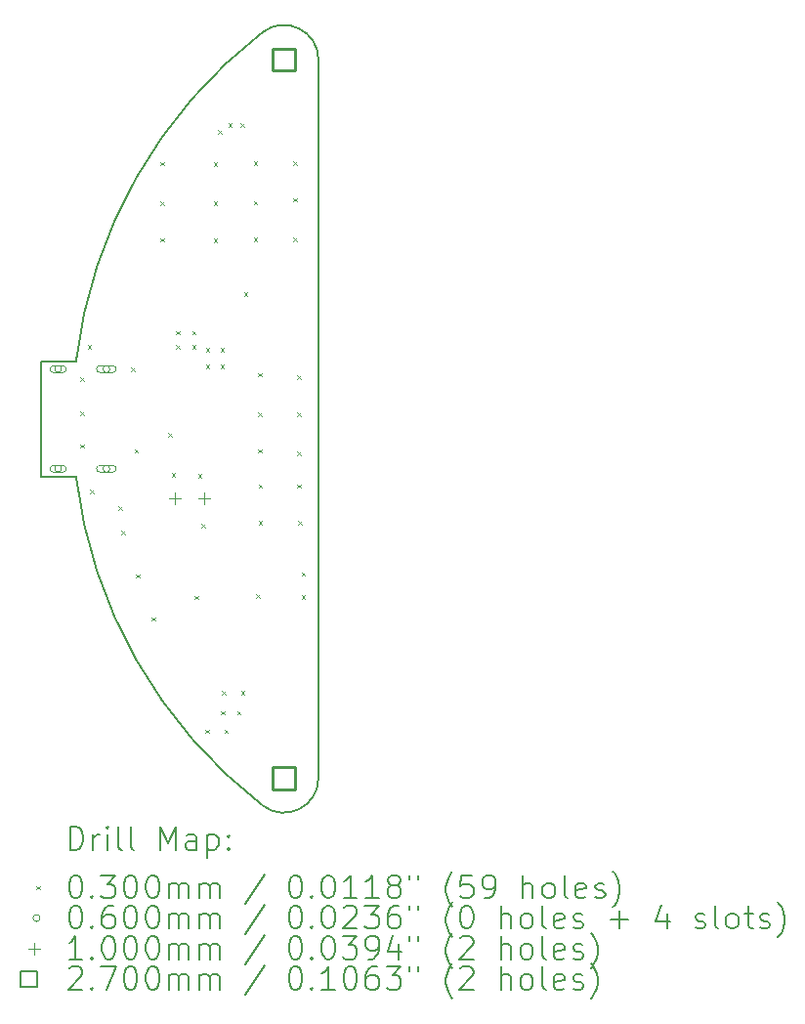
<source format=gbr>
%TF.GenerationSoftware,KiCad,Pcbnew,8.0.5*%
%TF.CreationDate,2025-01-30T00:46:58+01:00*%
%TF.ProjectId,LAMP_OUTDOOR_BATTERY,4c414d50-5f4f-4555-9444-4f4f525f4241,rev?*%
%TF.SameCoordinates,Original*%
%TF.FileFunction,Drillmap*%
%TF.FilePolarity,Positive*%
%FSLAX45Y45*%
G04 Gerber Fmt 4.5, Leading zero omitted, Abs format (unit mm)*
G04 Created by KiCad (PCBNEW 8.0.5) date 2025-01-30 00:46:58*
%MOMM*%
%LPD*%
G01*
G04 APERTURE LIST*
%ADD10C,0.200000*%
%ADD11C,0.100000*%
%ADD12C,0.270000*%
G04 APERTURE END LIST*
D10*
X13673500Y-8692000D02*
X13673500Y-9692000D01*
X15593283Y-12542620D02*
G75*
G02*
X13975476Y-9692000I2583547J3350620D01*
G01*
X13673500Y-9692000D02*
X13975476Y-9692000D01*
X16076470Y-12305044D02*
X16076470Y-6078956D01*
X13975476Y-8692000D02*
X13673500Y-8692000D01*
X15593283Y-5841379D02*
G75*
G02*
X16076473Y-6078956I183187J-237581D01*
G01*
X16076470Y-12305044D02*
G75*
G02*
X15593285Y-12542618I-300000J4D01*
G01*
X13975476Y-8692000D02*
G75*
G02*
X15593283Y-5841379I4201354J-500000D01*
G01*
D11*
X14012000Y-8833000D02*
X14042000Y-8863000D01*
X14042000Y-8833000D02*
X14012000Y-8863000D01*
X14012000Y-9131000D02*
X14042000Y-9161000D01*
X14042000Y-9131000D02*
X14012000Y-9161000D01*
X14012000Y-9413000D02*
X14042000Y-9443000D01*
X14042000Y-9413000D02*
X14012000Y-9443000D01*
X14076000Y-8554000D02*
X14106000Y-8584000D01*
X14106000Y-8554000D02*
X14076000Y-8584000D01*
X14097000Y-9808000D02*
X14127000Y-9838000D01*
X14127000Y-9808000D02*
X14097000Y-9838000D01*
X14342000Y-9951000D02*
X14372000Y-9981000D01*
X14372000Y-9951000D02*
X14342000Y-9981000D01*
X14367000Y-10164000D02*
X14397000Y-10194000D01*
X14397000Y-10164000D02*
X14367000Y-10194000D01*
X14454000Y-8749000D02*
X14484000Y-8779000D01*
X14484000Y-8749000D02*
X14454000Y-8779000D01*
X14484000Y-9456000D02*
X14514000Y-9486000D01*
X14514000Y-9456000D02*
X14484000Y-9486000D01*
X14495000Y-10540000D02*
X14525000Y-10570000D01*
X14525000Y-10540000D02*
X14495000Y-10570000D01*
X14631000Y-10910000D02*
X14661000Y-10940000D01*
X14661000Y-10910000D02*
X14631000Y-10940000D01*
X14708000Y-6967000D02*
X14738000Y-6997000D01*
X14738000Y-6967000D02*
X14708000Y-6997000D01*
X14708000Y-7308072D02*
X14738000Y-7338072D01*
X14738000Y-7308072D02*
X14708000Y-7338072D01*
X14708000Y-7628072D02*
X14738000Y-7658072D01*
X14738000Y-7628072D02*
X14708000Y-7658072D01*
X14775000Y-9317000D02*
X14805000Y-9347000D01*
X14805000Y-9317000D02*
X14775000Y-9347000D01*
X14804000Y-9665000D02*
X14834000Y-9695000D01*
X14834000Y-9665000D02*
X14804000Y-9695000D01*
X14843000Y-8430000D02*
X14873000Y-8460000D01*
X14873000Y-8430000D02*
X14843000Y-8460000D01*
X14843000Y-8555000D02*
X14873000Y-8585000D01*
X14873000Y-8555000D02*
X14843000Y-8585000D01*
X14983000Y-8430000D02*
X15013000Y-8460000D01*
X15013000Y-8430000D02*
X14983000Y-8460000D01*
X14983000Y-8555000D02*
X15013000Y-8585000D01*
X15013000Y-8555000D02*
X14983000Y-8585000D01*
X15004000Y-10726000D02*
X15034000Y-10756000D01*
X15034000Y-10726000D02*
X15004000Y-10756000D01*
X15033000Y-9670000D02*
X15063000Y-9700000D01*
X15063000Y-9670000D02*
X15033000Y-9700000D01*
X15064000Y-10103000D02*
X15094000Y-10133000D01*
X15094000Y-10103000D02*
X15064000Y-10133000D01*
X15094928Y-11887000D02*
X15124928Y-11917000D01*
X15124928Y-11887000D02*
X15094928Y-11917000D01*
X15101000Y-8581000D02*
X15131000Y-8611000D01*
X15131000Y-8581000D02*
X15101000Y-8611000D01*
X15101000Y-8721000D02*
X15131000Y-8751000D01*
X15131000Y-8721000D02*
X15101000Y-8751000D01*
X15167000Y-6970000D02*
X15197000Y-7000000D01*
X15197000Y-6970000D02*
X15167000Y-7000000D01*
X15167000Y-7311072D02*
X15197000Y-7341072D01*
X15197000Y-7311072D02*
X15167000Y-7341072D01*
X15167000Y-7631072D02*
X15197000Y-7661072D01*
X15197000Y-7631072D02*
X15167000Y-7661072D01*
X15207000Y-6693000D02*
X15237000Y-6723000D01*
X15237000Y-6693000D02*
X15207000Y-6723000D01*
X15226000Y-8581000D02*
X15256000Y-8611000D01*
X15256000Y-8581000D02*
X15226000Y-8611000D01*
X15226000Y-8721000D02*
X15256000Y-8751000D01*
X15256000Y-8721000D02*
X15226000Y-8751000D01*
X15233000Y-11723000D02*
X15263000Y-11753000D01*
X15263000Y-11723000D02*
X15233000Y-11753000D01*
X15239928Y-11553000D02*
X15269928Y-11583000D01*
X15269928Y-11553000D02*
X15239928Y-11583000D01*
X15260000Y-11887000D02*
X15290000Y-11917000D01*
X15290000Y-11887000D02*
X15260000Y-11917000D01*
X15296000Y-6634000D02*
X15326000Y-6664000D01*
X15326000Y-6634000D02*
X15296000Y-6664000D01*
X15372000Y-11723000D02*
X15402000Y-11753000D01*
X15402000Y-11723000D02*
X15372000Y-11753000D01*
X15403000Y-6634000D02*
X15433000Y-6664000D01*
X15433000Y-6634000D02*
X15403000Y-6664000D01*
X15405000Y-11553000D02*
X15435000Y-11583000D01*
X15435000Y-11553000D02*
X15405000Y-11583000D01*
X15430000Y-8098000D02*
X15460000Y-8128000D01*
X15460000Y-8098000D02*
X15430000Y-8128000D01*
X15515000Y-6963000D02*
X15545000Y-6993000D01*
X15545000Y-6963000D02*
X15515000Y-6993000D01*
X15515000Y-7304072D02*
X15545000Y-7334072D01*
X15545000Y-7304072D02*
X15515000Y-7334072D01*
X15515000Y-7624072D02*
X15545000Y-7654072D01*
X15545000Y-7624072D02*
X15515000Y-7654072D01*
X15536000Y-10715000D02*
X15566000Y-10745000D01*
X15566000Y-10715000D02*
X15536000Y-10745000D01*
X15554000Y-8796000D02*
X15584000Y-8826000D01*
X15584000Y-8796000D02*
X15554000Y-8826000D01*
X15554000Y-9137072D02*
X15584000Y-9167072D01*
X15584000Y-9137072D02*
X15554000Y-9167072D01*
X15554000Y-9457072D02*
X15584000Y-9487072D01*
X15584000Y-9457072D02*
X15554000Y-9487072D01*
X15557000Y-9759000D02*
X15587000Y-9789000D01*
X15587000Y-9759000D02*
X15557000Y-9789000D01*
X15557000Y-10079000D02*
X15587000Y-10109000D01*
X15587000Y-10079000D02*
X15557000Y-10109000D01*
X15857000Y-6960000D02*
X15887000Y-6990000D01*
X15887000Y-6960000D02*
X15857000Y-6990000D01*
X15857000Y-7280000D02*
X15887000Y-7310000D01*
X15887000Y-7280000D02*
X15857000Y-7310000D01*
X15857000Y-7621072D02*
X15887000Y-7651072D01*
X15887000Y-7621072D02*
X15857000Y-7651072D01*
X15891000Y-8817000D02*
X15921000Y-8847000D01*
X15921000Y-8817000D02*
X15891000Y-8847000D01*
X15891000Y-9137000D02*
X15921000Y-9167000D01*
X15921000Y-9137000D02*
X15891000Y-9167000D01*
X15891000Y-9478072D02*
X15921000Y-9508072D01*
X15921000Y-9478072D02*
X15891000Y-9508072D01*
X15894000Y-9758928D02*
X15924000Y-9788928D01*
X15924000Y-9758928D02*
X15894000Y-9788928D01*
X15899000Y-10076000D02*
X15929000Y-10106000D01*
X15929000Y-10076000D02*
X15899000Y-10106000D01*
X15930000Y-10523000D02*
X15960000Y-10553000D01*
X15960000Y-10523000D02*
X15930000Y-10553000D01*
X15932000Y-10719000D02*
X15962000Y-10749000D01*
X15962000Y-10719000D02*
X15932000Y-10749000D01*
X13850500Y-8761000D02*
G75*
G02*
X13790500Y-8761000I-30000J0D01*
G01*
X13790500Y-8761000D02*
G75*
G02*
X13850500Y-8761000I30000J0D01*
G01*
X13860500Y-8731000D02*
X13780500Y-8731000D01*
X13780500Y-8791000D02*
G75*
G02*
X13780500Y-8731000I0J30000D01*
G01*
X13780500Y-8791000D02*
X13860500Y-8791000D01*
X13860500Y-8791000D02*
G75*
G03*
X13860500Y-8731000I0J30000D01*
G01*
X13850500Y-9625000D02*
G75*
G02*
X13790500Y-9625000I-30000J0D01*
G01*
X13790500Y-9625000D02*
G75*
G02*
X13850500Y-9625000I30000J0D01*
G01*
X13860500Y-9595000D02*
X13780500Y-9595000D01*
X13780500Y-9655000D02*
G75*
G02*
X13780500Y-9595000I0J30000D01*
G01*
X13780500Y-9655000D02*
X13860500Y-9655000D01*
X13860500Y-9655000D02*
G75*
G03*
X13860500Y-9595000I0J30000D01*
G01*
X14268500Y-8761000D02*
G75*
G02*
X14208500Y-8761000I-30000J0D01*
G01*
X14208500Y-8761000D02*
G75*
G02*
X14268500Y-8761000I30000J0D01*
G01*
X14293500Y-8731000D02*
X14183500Y-8731000D01*
X14183500Y-8791000D02*
G75*
G02*
X14183500Y-8731000I0J30000D01*
G01*
X14183500Y-8791000D02*
X14293500Y-8791000D01*
X14293500Y-8791000D02*
G75*
G03*
X14293500Y-8731000I0J30000D01*
G01*
X14268500Y-9625000D02*
G75*
G02*
X14208500Y-9625000I-30000J0D01*
G01*
X14208500Y-9625000D02*
G75*
G02*
X14268500Y-9625000I30000J0D01*
G01*
X14293500Y-9595000D02*
X14183500Y-9595000D01*
X14183500Y-9655000D02*
G75*
G02*
X14183500Y-9595000I0J30000D01*
G01*
X14183500Y-9655000D02*
X14293500Y-9655000D01*
X14293500Y-9655000D02*
G75*
G03*
X14293500Y-9595000I0J30000D01*
G01*
X14829000Y-9831000D02*
X14829000Y-9931000D01*
X14779000Y-9881000D02*
X14879000Y-9881000D01*
X15083000Y-9831000D02*
X15083000Y-9931000D01*
X15033000Y-9881000D02*
X15133000Y-9881000D01*
D12*
X15871930Y-6174420D02*
X15871930Y-5983500D01*
X15681010Y-5983500D01*
X15681010Y-6174420D01*
X15871930Y-6174420D01*
X15871930Y-12400500D02*
X15871930Y-12209580D01*
X15681010Y-12209580D01*
X15681010Y-12400500D01*
X15871930Y-12400500D01*
D10*
X13924277Y-12926524D02*
X13924277Y-12726524D01*
X13924277Y-12726524D02*
X13971896Y-12726524D01*
X13971896Y-12726524D02*
X14000467Y-12736047D01*
X14000467Y-12736047D02*
X14019515Y-12755095D01*
X14019515Y-12755095D02*
X14029039Y-12774143D01*
X14029039Y-12774143D02*
X14038562Y-12812238D01*
X14038562Y-12812238D02*
X14038562Y-12840809D01*
X14038562Y-12840809D02*
X14029039Y-12878905D01*
X14029039Y-12878905D02*
X14019515Y-12897952D01*
X14019515Y-12897952D02*
X14000467Y-12917000D01*
X14000467Y-12917000D02*
X13971896Y-12926524D01*
X13971896Y-12926524D02*
X13924277Y-12926524D01*
X14124277Y-12926524D02*
X14124277Y-12793190D01*
X14124277Y-12831286D02*
X14133801Y-12812238D01*
X14133801Y-12812238D02*
X14143324Y-12802714D01*
X14143324Y-12802714D02*
X14162372Y-12793190D01*
X14162372Y-12793190D02*
X14181420Y-12793190D01*
X14248086Y-12926524D02*
X14248086Y-12793190D01*
X14248086Y-12726524D02*
X14238562Y-12736047D01*
X14238562Y-12736047D02*
X14248086Y-12745571D01*
X14248086Y-12745571D02*
X14257610Y-12736047D01*
X14257610Y-12736047D02*
X14248086Y-12726524D01*
X14248086Y-12726524D02*
X14248086Y-12745571D01*
X14371896Y-12926524D02*
X14352848Y-12917000D01*
X14352848Y-12917000D02*
X14343324Y-12897952D01*
X14343324Y-12897952D02*
X14343324Y-12726524D01*
X14476658Y-12926524D02*
X14457610Y-12917000D01*
X14457610Y-12917000D02*
X14448086Y-12897952D01*
X14448086Y-12897952D02*
X14448086Y-12726524D01*
X14705229Y-12926524D02*
X14705229Y-12726524D01*
X14705229Y-12726524D02*
X14771896Y-12869381D01*
X14771896Y-12869381D02*
X14838562Y-12726524D01*
X14838562Y-12726524D02*
X14838562Y-12926524D01*
X15019515Y-12926524D02*
X15019515Y-12821762D01*
X15019515Y-12821762D02*
X15009991Y-12802714D01*
X15009991Y-12802714D02*
X14990943Y-12793190D01*
X14990943Y-12793190D02*
X14952848Y-12793190D01*
X14952848Y-12793190D02*
X14933801Y-12802714D01*
X15019515Y-12917000D02*
X15000467Y-12926524D01*
X15000467Y-12926524D02*
X14952848Y-12926524D01*
X14952848Y-12926524D02*
X14933801Y-12917000D01*
X14933801Y-12917000D02*
X14924277Y-12897952D01*
X14924277Y-12897952D02*
X14924277Y-12878905D01*
X14924277Y-12878905D02*
X14933801Y-12859857D01*
X14933801Y-12859857D02*
X14952848Y-12850333D01*
X14952848Y-12850333D02*
X15000467Y-12850333D01*
X15000467Y-12850333D02*
X15019515Y-12840809D01*
X15114753Y-12793190D02*
X15114753Y-12993190D01*
X15114753Y-12802714D02*
X15133801Y-12793190D01*
X15133801Y-12793190D02*
X15171896Y-12793190D01*
X15171896Y-12793190D02*
X15190943Y-12802714D01*
X15190943Y-12802714D02*
X15200467Y-12812238D01*
X15200467Y-12812238D02*
X15209991Y-12831286D01*
X15209991Y-12831286D02*
X15209991Y-12888428D01*
X15209991Y-12888428D02*
X15200467Y-12907476D01*
X15200467Y-12907476D02*
X15190943Y-12917000D01*
X15190943Y-12917000D02*
X15171896Y-12926524D01*
X15171896Y-12926524D02*
X15133801Y-12926524D01*
X15133801Y-12926524D02*
X15114753Y-12917000D01*
X15295705Y-12907476D02*
X15305229Y-12917000D01*
X15305229Y-12917000D02*
X15295705Y-12926524D01*
X15295705Y-12926524D02*
X15286182Y-12917000D01*
X15286182Y-12917000D02*
X15295705Y-12907476D01*
X15295705Y-12907476D02*
X15295705Y-12926524D01*
X15295705Y-12802714D02*
X15305229Y-12812238D01*
X15305229Y-12812238D02*
X15295705Y-12821762D01*
X15295705Y-12821762D02*
X15286182Y-12812238D01*
X15286182Y-12812238D02*
X15295705Y-12802714D01*
X15295705Y-12802714D02*
X15295705Y-12821762D01*
D11*
X13633500Y-13240040D02*
X13663500Y-13270040D01*
X13663500Y-13240040D02*
X13633500Y-13270040D01*
D10*
X13962372Y-13146524D02*
X13981420Y-13146524D01*
X13981420Y-13146524D02*
X14000467Y-13156047D01*
X14000467Y-13156047D02*
X14009991Y-13165571D01*
X14009991Y-13165571D02*
X14019515Y-13184619D01*
X14019515Y-13184619D02*
X14029039Y-13222714D01*
X14029039Y-13222714D02*
X14029039Y-13270333D01*
X14029039Y-13270333D02*
X14019515Y-13308428D01*
X14019515Y-13308428D02*
X14009991Y-13327476D01*
X14009991Y-13327476D02*
X14000467Y-13337000D01*
X14000467Y-13337000D02*
X13981420Y-13346524D01*
X13981420Y-13346524D02*
X13962372Y-13346524D01*
X13962372Y-13346524D02*
X13943324Y-13337000D01*
X13943324Y-13337000D02*
X13933801Y-13327476D01*
X13933801Y-13327476D02*
X13924277Y-13308428D01*
X13924277Y-13308428D02*
X13914753Y-13270333D01*
X13914753Y-13270333D02*
X13914753Y-13222714D01*
X13914753Y-13222714D02*
X13924277Y-13184619D01*
X13924277Y-13184619D02*
X13933801Y-13165571D01*
X13933801Y-13165571D02*
X13943324Y-13156047D01*
X13943324Y-13156047D02*
X13962372Y-13146524D01*
X14114753Y-13327476D02*
X14124277Y-13337000D01*
X14124277Y-13337000D02*
X14114753Y-13346524D01*
X14114753Y-13346524D02*
X14105229Y-13337000D01*
X14105229Y-13337000D02*
X14114753Y-13327476D01*
X14114753Y-13327476D02*
X14114753Y-13346524D01*
X14190943Y-13146524D02*
X14314753Y-13146524D01*
X14314753Y-13146524D02*
X14248086Y-13222714D01*
X14248086Y-13222714D02*
X14276658Y-13222714D01*
X14276658Y-13222714D02*
X14295705Y-13232238D01*
X14295705Y-13232238D02*
X14305229Y-13241762D01*
X14305229Y-13241762D02*
X14314753Y-13260809D01*
X14314753Y-13260809D02*
X14314753Y-13308428D01*
X14314753Y-13308428D02*
X14305229Y-13327476D01*
X14305229Y-13327476D02*
X14295705Y-13337000D01*
X14295705Y-13337000D02*
X14276658Y-13346524D01*
X14276658Y-13346524D02*
X14219515Y-13346524D01*
X14219515Y-13346524D02*
X14200467Y-13337000D01*
X14200467Y-13337000D02*
X14190943Y-13327476D01*
X14438562Y-13146524D02*
X14457610Y-13146524D01*
X14457610Y-13146524D02*
X14476658Y-13156047D01*
X14476658Y-13156047D02*
X14486182Y-13165571D01*
X14486182Y-13165571D02*
X14495705Y-13184619D01*
X14495705Y-13184619D02*
X14505229Y-13222714D01*
X14505229Y-13222714D02*
X14505229Y-13270333D01*
X14505229Y-13270333D02*
X14495705Y-13308428D01*
X14495705Y-13308428D02*
X14486182Y-13327476D01*
X14486182Y-13327476D02*
X14476658Y-13337000D01*
X14476658Y-13337000D02*
X14457610Y-13346524D01*
X14457610Y-13346524D02*
X14438562Y-13346524D01*
X14438562Y-13346524D02*
X14419515Y-13337000D01*
X14419515Y-13337000D02*
X14409991Y-13327476D01*
X14409991Y-13327476D02*
X14400467Y-13308428D01*
X14400467Y-13308428D02*
X14390943Y-13270333D01*
X14390943Y-13270333D02*
X14390943Y-13222714D01*
X14390943Y-13222714D02*
X14400467Y-13184619D01*
X14400467Y-13184619D02*
X14409991Y-13165571D01*
X14409991Y-13165571D02*
X14419515Y-13156047D01*
X14419515Y-13156047D02*
X14438562Y-13146524D01*
X14629039Y-13146524D02*
X14648086Y-13146524D01*
X14648086Y-13146524D02*
X14667134Y-13156047D01*
X14667134Y-13156047D02*
X14676658Y-13165571D01*
X14676658Y-13165571D02*
X14686182Y-13184619D01*
X14686182Y-13184619D02*
X14695705Y-13222714D01*
X14695705Y-13222714D02*
X14695705Y-13270333D01*
X14695705Y-13270333D02*
X14686182Y-13308428D01*
X14686182Y-13308428D02*
X14676658Y-13327476D01*
X14676658Y-13327476D02*
X14667134Y-13337000D01*
X14667134Y-13337000D02*
X14648086Y-13346524D01*
X14648086Y-13346524D02*
X14629039Y-13346524D01*
X14629039Y-13346524D02*
X14609991Y-13337000D01*
X14609991Y-13337000D02*
X14600467Y-13327476D01*
X14600467Y-13327476D02*
X14590943Y-13308428D01*
X14590943Y-13308428D02*
X14581420Y-13270333D01*
X14581420Y-13270333D02*
X14581420Y-13222714D01*
X14581420Y-13222714D02*
X14590943Y-13184619D01*
X14590943Y-13184619D02*
X14600467Y-13165571D01*
X14600467Y-13165571D02*
X14609991Y-13156047D01*
X14609991Y-13156047D02*
X14629039Y-13146524D01*
X14781420Y-13346524D02*
X14781420Y-13213190D01*
X14781420Y-13232238D02*
X14790943Y-13222714D01*
X14790943Y-13222714D02*
X14809991Y-13213190D01*
X14809991Y-13213190D02*
X14838563Y-13213190D01*
X14838563Y-13213190D02*
X14857610Y-13222714D01*
X14857610Y-13222714D02*
X14867134Y-13241762D01*
X14867134Y-13241762D02*
X14867134Y-13346524D01*
X14867134Y-13241762D02*
X14876658Y-13222714D01*
X14876658Y-13222714D02*
X14895705Y-13213190D01*
X14895705Y-13213190D02*
X14924277Y-13213190D01*
X14924277Y-13213190D02*
X14943324Y-13222714D01*
X14943324Y-13222714D02*
X14952848Y-13241762D01*
X14952848Y-13241762D02*
X14952848Y-13346524D01*
X15048086Y-13346524D02*
X15048086Y-13213190D01*
X15048086Y-13232238D02*
X15057610Y-13222714D01*
X15057610Y-13222714D02*
X15076658Y-13213190D01*
X15076658Y-13213190D02*
X15105229Y-13213190D01*
X15105229Y-13213190D02*
X15124277Y-13222714D01*
X15124277Y-13222714D02*
X15133801Y-13241762D01*
X15133801Y-13241762D02*
X15133801Y-13346524D01*
X15133801Y-13241762D02*
X15143324Y-13222714D01*
X15143324Y-13222714D02*
X15162372Y-13213190D01*
X15162372Y-13213190D02*
X15190943Y-13213190D01*
X15190943Y-13213190D02*
X15209991Y-13222714D01*
X15209991Y-13222714D02*
X15219515Y-13241762D01*
X15219515Y-13241762D02*
X15219515Y-13346524D01*
X15609991Y-13137000D02*
X15438563Y-13394143D01*
X15867134Y-13146524D02*
X15886182Y-13146524D01*
X15886182Y-13146524D02*
X15905229Y-13156047D01*
X15905229Y-13156047D02*
X15914753Y-13165571D01*
X15914753Y-13165571D02*
X15924277Y-13184619D01*
X15924277Y-13184619D02*
X15933801Y-13222714D01*
X15933801Y-13222714D02*
X15933801Y-13270333D01*
X15933801Y-13270333D02*
X15924277Y-13308428D01*
X15924277Y-13308428D02*
X15914753Y-13327476D01*
X15914753Y-13327476D02*
X15905229Y-13337000D01*
X15905229Y-13337000D02*
X15886182Y-13346524D01*
X15886182Y-13346524D02*
X15867134Y-13346524D01*
X15867134Y-13346524D02*
X15848086Y-13337000D01*
X15848086Y-13337000D02*
X15838563Y-13327476D01*
X15838563Y-13327476D02*
X15829039Y-13308428D01*
X15829039Y-13308428D02*
X15819515Y-13270333D01*
X15819515Y-13270333D02*
X15819515Y-13222714D01*
X15819515Y-13222714D02*
X15829039Y-13184619D01*
X15829039Y-13184619D02*
X15838563Y-13165571D01*
X15838563Y-13165571D02*
X15848086Y-13156047D01*
X15848086Y-13156047D02*
X15867134Y-13146524D01*
X16019515Y-13327476D02*
X16029039Y-13337000D01*
X16029039Y-13337000D02*
X16019515Y-13346524D01*
X16019515Y-13346524D02*
X16009991Y-13337000D01*
X16009991Y-13337000D02*
X16019515Y-13327476D01*
X16019515Y-13327476D02*
X16019515Y-13346524D01*
X16152848Y-13146524D02*
X16171896Y-13146524D01*
X16171896Y-13146524D02*
X16190944Y-13156047D01*
X16190944Y-13156047D02*
X16200467Y-13165571D01*
X16200467Y-13165571D02*
X16209991Y-13184619D01*
X16209991Y-13184619D02*
X16219515Y-13222714D01*
X16219515Y-13222714D02*
X16219515Y-13270333D01*
X16219515Y-13270333D02*
X16209991Y-13308428D01*
X16209991Y-13308428D02*
X16200467Y-13327476D01*
X16200467Y-13327476D02*
X16190944Y-13337000D01*
X16190944Y-13337000D02*
X16171896Y-13346524D01*
X16171896Y-13346524D02*
X16152848Y-13346524D01*
X16152848Y-13346524D02*
X16133801Y-13337000D01*
X16133801Y-13337000D02*
X16124277Y-13327476D01*
X16124277Y-13327476D02*
X16114753Y-13308428D01*
X16114753Y-13308428D02*
X16105229Y-13270333D01*
X16105229Y-13270333D02*
X16105229Y-13222714D01*
X16105229Y-13222714D02*
X16114753Y-13184619D01*
X16114753Y-13184619D02*
X16124277Y-13165571D01*
X16124277Y-13165571D02*
X16133801Y-13156047D01*
X16133801Y-13156047D02*
X16152848Y-13146524D01*
X16409991Y-13346524D02*
X16295706Y-13346524D01*
X16352848Y-13346524D02*
X16352848Y-13146524D01*
X16352848Y-13146524D02*
X16333801Y-13175095D01*
X16333801Y-13175095D02*
X16314753Y-13194143D01*
X16314753Y-13194143D02*
X16295706Y-13203666D01*
X16600467Y-13346524D02*
X16486182Y-13346524D01*
X16543325Y-13346524D02*
X16543325Y-13146524D01*
X16543325Y-13146524D02*
X16524277Y-13175095D01*
X16524277Y-13175095D02*
X16505229Y-13194143D01*
X16505229Y-13194143D02*
X16486182Y-13203666D01*
X16714753Y-13232238D02*
X16695706Y-13222714D01*
X16695706Y-13222714D02*
X16686182Y-13213190D01*
X16686182Y-13213190D02*
X16676658Y-13194143D01*
X16676658Y-13194143D02*
X16676658Y-13184619D01*
X16676658Y-13184619D02*
X16686182Y-13165571D01*
X16686182Y-13165571D02*
X16695706Y-13156047D01*
X16695706Y-13156047D02*
X16714753Y-13146524D01*
X16714753Y-13146524D02*
X16752848Y-13146524D01*
X16752848Y-13146524D02*
X16771896Y-13156047D01*
X16771896Y-13156047D02*
X16781420Y-13165571D01*
X16781420Y-13165571D02*
X16790944Y-13184619D01*
X16790944Y-13184619D02*
X16790944Y-13194143D01*
X16790944Y-13194143D02*
X16781420Y-13213190D01*
X16781420Y-13213190D02*
X16771896Y-13222714D01*
X16771896Y-13222714D02*
X16752848Y-13232238D01*
X16752848Y-13232238D02*
X16714753Y-13232238D01*
X16714753Y-13232238D02*
X16695706Y-13241762D01*
X16695706Y-13241762D02*
X16686182Y-13251286D01*
X16686182Y-13251286D02*
X16676658Y-13270333D01*
X16676658Y-13270333D02*
X16676658Y-13308428D01*
X16676658Y-13308428D02*
X16686182Y-13327476D01*
X16686182Y-13327476D02*
X16695706Y-13337000D01*
X16695706Y-13337000D02*
X16714753Y-13346524D01*
X16714753Y-13346524D02*
X16752848Y-13346524D01*
X16752848Y-13346524D02*
X16771896Y-13337000D01*
X16771896Y-13337000D02*
X16781420Y-13327476D01*
X16781420Y-13327476D02*
X16790944Y-13308428D01*
X16790944Y-13308428D02*
X16790944Y-13270333D01*
X16790944Y-13270333D02*
X16781420Y-13251286D01*
X16781420Y-13251286D02*
X16771896Y-13241762D01*
X16771896Y-13241762D02*
X16752848Y-13232238D01*
X16867134Y-13146524D02*
X16867134Y-13184619D01*
X16943325Y-13146524D02*
X16943325Y-13184619D01*
X17238563Y-13422714D02*
X17229039Y-13413190D01*
X17229039Y-13413190D02*
X17209991Y-13384619D01*
X17209991Y-13384619D02*
X17200468Y-13365571D01*
X17200468Y-13365571D02*
X17190944Y-13337000D01*
X17190944Y-13337000D02*
X17181420Y-13289381D01*
X17181420Y-13289381D02*
X17181420Y-13251286D01*
X17181420Y-13251286D02*
X17190944Y-13203666D01*
X17190944Y-13203666D02*
X17200468Y-13175095D01*
X17200468Y-13175095D02*
X17209991Y-13156047D01*
X17209991Y-13156047D02*
X17229039Y-13127476D01*
X17229039Y-13127476D02*
X17238563Y-13117952D01*
X17409991Y-13146524D02*
X17314753Y-13146524D01*
X17314753Y-13146524D02*
X17305230Y-13241762D01*
X17305230Y-13241762D02*
X17314753Y-13232238D01*
X17314753Y-13232238D02*
X17333801Y-13222714D01*
X17333801Y-13222714D02*
X17381420Y-13222714D01*
X17381420Y-13222714D02*
X17400468Y-13232238D01*
X17400468Y-13232238D02*
X17409991Y-13241762D01*
X17409991Y-13241762D02*
X17419515Y-13260809D01*
X17419515Y-13260809D02*
X17419515Y-13308428D01*
X17419515Y-13308428D02*
X17409991Y-13327476D01*
X17409991Y-13327476D02*
X17400468Y-13337000D01*
X17400468Y-13337000D02*
X17381420Y-13346524D01*
X17381420Y-13346524D02*
X17333801Y-13346524D01*
X17333801Y-13346524D02*
X17314753Y-13337000D01*
X17314753Y-13337000D02*
X17305230Y-13327476D01*
X17514753Y-13346524D02*
X17552849Y-13346524D01*
X17552849Y-13346524D02*
X17571896Y-13337000D01*
X17571896Y-13337000D02*
X17581420Y-13327476D01*
X17581420Y-13327476D02*
X17600468Y-13298905D01*
X17600468Y-13298905D02*
X17609991Y-13260809D01*
X17609991Y-13260809D02*
X17609991Y-13184619D01*
X17609991Y-13184619D02*
X17600468Y-13165571D01*
X17600468Y-13165571D02*
X17590944Y-13156047D01*
X17590944Y-13156047D02*
X17571896Y-13146524D01*
X17571896Y-13146524D02*
X17533801Y-13146524D01*
X17533801Y-13146524D02*
X17514753Y-13156047D01*
X17514753Y-13156047D02*
X17505230Y-13165571D01*
X17505230Y-13165571D02*
X17495706Y-13184619D01*
X17495706Y-13184619D02*
X17495706Y-13232238D01*
X17495706Y-13232238D02*
X17505230Y-13251286D01*
X17505230Y-13251286D02*
X17514753Y-13260809D01*
X17514753Y-13260809D02*
X17533801Y-13270333D01*
X17533801Y-13270333D02*
X17571896Y-13270333D01*
X17571896Y-13270333D02*
X17590944Y-13260809D01*
X17590944Y-13260809D02*
X17600468Y-13251286D01*
X17600468Y-13251286D02*
X17609991Y-13232238D01*
X17848087Y-13346524D02*
X17848087Y-13146524D01*
X17933801Y-13346524D02*
X17933801Y-13241762D01*
X17933801Y-13241762D02*
X17924277Y-13222714D01*
X17924277Y-13222714D02*
X17905230Y-13213190D01*
X17905230Y-13213190D02*
X17876658Y-13213190D01*
X17876658Y-13213190D02*
X17857611Y-13222714D01*
X17857611Y-13222714D02*
X17848087Y-13232238D01*
X18057611Y-13346524D02*
X18038563Y-13337000D01*
X18038563Y-13337000D02*
X18029039Y-13327476D01*
X18029039Y-13327476D02*
X18019515Y-13308428D01*
X18019515Y-13308428D02*
X18019515Y-13251286D01*
X18019515Y-13251286D02*
X18029039Y-13232238D01*
X18029039Y-13232238D02*
X18038563Y-13222714D01*
X18038563Y-13222714D02*
X18057611Y-13213190D01*
X18057611Y-13213190D02*
X18086182Y-13213190D01*
X18086182Y-13213190D02*
X18105230Y-13222714D01*
X18105230Y-13222714D02*
X18114753Y-13232238D01*
X18114753Y-13232238D02*
X18124277Y-13251286D01*
X18124277Y-13251286D02*
X18124277Y-13308428D01*
X18124277Y-13308428D02*
X18114753Y-13327476D01*
X18114753Y-13327476D02*
X18105230Y-13337000D01*
X18105230Y-13337000D02*
X18086182Y-13346524D01*
X18086182Y-13346524D02*
X18057611Y-13346524D01*
X18238563Y-13346524D02*
X18219515Y-13337000D01*
X18219515Y-13337000D02*
X18209992Y-13317952D01*
X18209992Y-13317952D02*
X18209992Y-13146524D01*
X18390944Y-13337000D02*
X18371896Y-13346524D01*
X18371896Y-13346524D02*
X18333801Y-13346524D01*
X18333801Y-13346524D02*
X18314753Y-13337000D01*
X18314753Y-13337000D02*
X18305230Y-13317952D01*
X18305230Y-13317952D02*
X18305230Y-13241762D01*
X18305230Y-13241762D02*
X18314753Y-13222714D01*
X18314753Y-13222714D02*
X18333801Y-13213190D01*
X18333801Y-13213190D02*
X18371896Y-13213190D01*
X18371896Y-13213190D02*
X18390944Y-13222714D01*
X18390944Y-13222714D02*
X18400468Y-13241762D01*
X18400468Y-13241762D02*
X18400468Y-13260809D01*
X18400468Y-13260809D02*
X18305230Y-13279857D01*
X18476658Y-13337000D02*
X18495706Y-13346524D01*
X18495706Y-13346524D02*
X18533801Y-13346524D01*
X18533801Y-13346524D02*
X18552849Y-13337000D01*
X18552849Y-13337000D02*
X18562373Y-13317952D01*
X18562373Y-13317952D02*
X18562373Y-13308428D01*
X18562373Y-13308428D02*
X18552849Y-13289381D01*
X18552849Y-13289381D02*
X18533801Y-13279857D01*
X18533801Y-13279857D02*
X18505230Y-13279857D01*
X18505230Y-13279857D02*
X18486182Y-13270333D01*
X18486182Y-13270333D02*
X18476658Y-13251286D01*
X18476658Y-13251286D02*
X18476658Y-13241762D01*
X18476658Y-13241762D02*
X18486182Y-13222714D01*
X18486182Y-13222714D02*
X18505230Y-13213190D01*
X18505230Y-13213190D02*
X18533801Y-13213190D01*
X18533801Y-13213190D02*
X18552849Y-13222714D01*
X18629039Y-13422714D02*
X18638563Y-13413190D01*
X18638563Y-13413190D02*
X18657611Y-13384619D01*
X18657611Y-13384619D02*
X18667134Y-13365571D01*
X18667134Y-13365571D02*
X18676658Y-13337000D01*
X18676658Y-13337000D02*
X18686182Y-13289381D01*
X18686182Y-13289381D02*
X18686182Y-13251286D01*
X18686182Y-13251286D02*
X18676658Y-13203666D01*
X18676658Y-13203666D02*
X18667134Y-13175095D01*
X18667134Y-13175095D02*
X18657611Y-13156047D01*
X18657611Y-13156047D02*
X18638563Y-13127476D01*
X18638563Y-13127476D02*
X18629039Y-13117952D01*
D11*
X13663500Y-13519040D02*
G75*
G02*
X13603500Y-13519040I-30000J0D01*
G01*
X13603500Y-13519040D02*
G75*
G02*
X13663500Y-13519040I30000J0D01*
G01*
D10*
X13962372Y-13410524D02*
X13981420Y-13410524D01*
X13981420Y-13410524D02*
X14000467Y-13420047D01*
X14000467Y-13420047D02*
X14009991Y-13429571D01*
X14009991Y-13429571D02*
X14019515Y-13448619D01*
X14019515Y-13448619D02*
X14029039Y-13486714D01*
X14029039Y-13486714D02*
X14029039Y-13534333D01*
X14029039Y-13534333D02*
X14019515Y-13572428D01*
X14019515Y-13572428D02*
X14009991Y-13591476D01*
X14009991Y-13591476D02*
X14000467Y-13601000D01*
X14000467Y-13601000D02*
X13981420Y-13610524D01*
X13981420Y-13610524D02*
X13962372Y-13610524D01*
X13962372Y-13610524D02*
X13943324Y-13601000D01*
X13943324Y-13601000D02*
X13933801Y-13591476D01*
X13933801Y-13591476D02*
X13924277Y-13572428D01*
X13924277Y-13572428D02*
X13914753Y-13534333D01*
X13914753Y-13534333D02*
X13914753Y-13486714D01*
X13914753Y-13486714D02*
X13924277Y-13448619D01*
X13924277Y-13448619D02*
X13933801Y-13429571D01*
X13933801Y-13429571D02*
X13943324Y-13420047D01*
X13943324Y-13420047D02*
X13962372Y-13410524D01*
X14114753Y-13591476D02*
X14124277Y-13601000D01*
X14124277Y-13601000D02*
X14114753Y-13610524D01*
X14114753Y-13610524D02*
X14105229Y-13601000D01*
X14105229Y-13601000D02*
X14114753Y-13591476D01*
X14114753Y-13591476D02*
X14114753Y-13610524D01*
X14295705Y-13410524D02*
X14257610Y-13410524D01*
X14257610Y-13410524D02*
X14238562Y-13420047D01*
X14238562Y-13420047D02*
X14229039Y-13429571D01*
X14229039Y-13429571D02*
X14209991Y-13458143D01*
X14209991Y-13458143D02*
X14200467Y-13496238D01*
X14200467Y-13496238D02*
X14200467Y-13572428D01*
X14200467Y-13572428D02*
X14209991Y-13591476D01*
X14209991Y-13591476D02*
X14219515Y-13601000D01*
X14219515Y-13601000D02*
X14238562Y-13610524D01*
X14238562Y-13610524D02*
X14276658Y-13610524D01*
X14276658Y-13610524D02*
X14295705Y-13601000D01*
X14295705Y-13601000D02*
X14305229Y-13591476D01*
X14305229Y-13591476D02*
X14314753Y-13572428D01*
X14314753Y-13572428D02*
X14314753Y-13524809D01*
X14314753Y-13524809D02*
X14305229Y-13505762D01*
X14305229Y-13505762D02*
X14295705Y-13496238D01*
X14295705Y-13496238D02*
X14276658Y-13486714D01*
X14276658Y-13486714D02*
X14238562Y-13486714D01*
X14238562Y-13486714D02*
X14219515Y-13496238D01*
X14219515Y-13496238D02*
X14209991Y-13505762D01*
X14209991Y-13505762D02*
X14200467Y-13524809D01*
X14438562Y-13410524D02*
X14457610Y-13410524D01*
X14457610Y-13410524D02*
X14476658Y-13420047D01*
X14476658Y-13420047D02*
X14486182Y-13429571D01*
X14486182Y-13429571D02*
X14495705Y-13448619D01*
X14495705Y-13448619D02*
X14505229Y-13486714D01*
X14505229Y-13486714D02*
X14505229Y-13534333D01*
X14505229Y-13534333D02*
X14495705Y-13572428D01*
X14495705Y-13572428D02*
X14486182Y-13591476D01*
X14486182Y-13591476D02*
X14476658Y-13601000D01*
X14476658Y-13601000D02*
X14457610Y-13610524D01*
X14457610Y-13610524D02*
X14438562Y-13610524D01*
X14438562Y-13610524D02*
X14419515Y-13601000D01*
X14419515Y-13601000D02*
X14409991Y-13591476D01*
X14409991Y-13591476D02*
X14400467Y-13572428D01*
X14400467Y-13572428D02*
X14390943Y-13534333D01*
X14390943Y-13534333D02*
X14390943Y-13486714D01*
X14390943Y-13486714D02*
X14400467Y-13448619D01*
X14400467Y-13448619D02*
X14409991Y-13429571D01*
X14409991Y-13429571D02*
X14419515Y-13420047D01*
X14419515Y-13420047D02*
X14438562Y-13410524D01*
X14629039Y-13410524D02*
X14648086Y-13410524D01*
X14648086Y-13410524D02*
X14667134Y-13420047D01*
X14667134Y-13420047D02*
X14676658Y-13429571D01*
X14676658Y-13429571D02*
X14686182Y-13448619D01*
X14686182Y-13448619D02*
X14695705Y-13486714D01*
X14695705Y-13486714D02*
X14695705Y-13534333D01*
X14695705Y-13534333D02*
X14686182Y-13572428D01*
X14686182Y-13572428D02*
X14676658Y-13591476D01*
X14676658Y-13591476D02*
X14667134Y-13601000D01*
X14667134Y-13601000D02*
X14648086Y-13610524D01*
X14648086Y-13610524D02*
X14629039Y-13610524D01*
X14629039Y-13610524D02*
X14609991Y-13601000D01*
X14609991Y-13601000D02*
X14600467Y-13591476D01*
X14600467Y-13591476D02*
X14590943Y-13572428D01*
X14590943Y-13572428D02*
X14581420Y-13534333D01*
X14581420Y-13534333D02*
X14581420Y-13486714D01*
X14581420Y-13486714D02*
X14590943Y-13448619D01*
X14590943Y-13448619D02*
X14600467Y-13429571D01*
X14600467Y-13429571D02*
X14609991Y-13420047D01*
X14609991Y-13420047D02*
X14629039Y-13410524D01*
X14781420Y-13610524D02*
X14781420Y-13477190D01*
X14781420Y-13496238D02*
X14790943Y-13486714D01*
X14790943Y-13486714D02*
X14809991Y-13477190D01*
X14809991Y-13477190D02*
X14838563Y-13477190D01*
X14838563Y-13477190D02*
X14857610Y-13486714D01*
X14857610Y-13486714D02*
X14867134Y-13505762D01*
X14867134Y-13505762D02*
X14867134Y-13610524D01*
X14867134Y-13505762D02*
X14876658Y-13486714D01*
X14876658Y-13486714D02*
X14895705Y-13477190D01*
X14895705Y-13477190D02*
X14924277Y-13477190D01*
X14924277Y-13477190D02*
X14943324Y-13486714D01*
X14943324Y-13486714D02*
X14952848Y-13505762D01*
X14952848Y-13505762D02*
X14952848Y-13610524D01*
X15048086Y-13610524D02*
X15048086Y-13477190D01*
X15048086Y-13496238D02*
X15057610Y-13486714D01*
X15057610Y-13486714D02*
X15076658Y-13477190D01*
X15076658Y-13477190D02*
X15105229Y-13477190D01*
X15105229Y-13477190D02*
X15124277Y-13486714D01*
X15124277Y-13486714D02*
X15133801Y-13505762D01*
X15133801Y-13505762D02*
X15133801Y-13610524D01*
X15133801Y-13505762D02*
X15143324Y-13486714D01*
X15143324Y-13486714D02*
X15162372Y-13477190D01*
X15162372Y-13477190D02*
X15190943Y-13477190D01*
X15190943Y-13477190D02*
X15209991Y-13486714D01*
X15209991Y-13486714D02*
X15219515Y-13505762D01*
X15219515Y-13505762D02*
X15219515Y-13610524D01*
X15609991Y-13401000D02*
X15438563Y-13658143D01*
X15867134Y-13410524D02*
X15886182Y-13410524D01*
X15886182Y-13410524D02*
X15905229Y-13420047D01*
X15905229Y-13420047D02*
X15914753Y-13429571D01*
X15914753Y-13429571D02*
X15924277Y-13448619D01*
X15924277Y-13448619D02*
X15933801Y-13486714D01*
X15933801Y-13486714D02*
X15933801Y-13534333D01*
X15933801Y-13534333D02*
X15924277Y-13572428D01*
X15924277Y-13572428D02*
X15914753Y-13591476D01*
X15914753Y-13591476D02*
X15905229Y-13601000D01*
X15905229Y-13601000D02*
X15886182Y-13610524D01*
X15886182Y-13610524D02*
X15867134Y-13610524D01*
X15867134Y-13610524D02*
X15848086Y-13601000D01*
X15848086Y-13601000D02*
X15838563Y-13591476D01*
X15838563Y-13591476D02*
X15829039Y-13572428D01*
X15829039Y-13572428D02*
X15819515Y-13534333D01*
X15819515Y-13534333D02*
X15819515Y-13486714D01*
X15819515Y-13486714D02*
X15829039Y-13448619D01*
X15829039Y-13448619D02*
X15838563Y-13429571D01*
X15838563Y-13429571D02*
X15848086Y-13420047D01*
X15848086Y-13420047D02*
X15867134Y-13410524D01*
X16019515Y-13591476D02*
X16029039Y-13601000D01*
X16029039Y-13601000D02*
X16019515Y-13610524D01*
X16019515Y-13610524D02*
X16009991Y-13601000D01*
X16009991Y-13601000D02*
X16019515Y-13591476D01*
X16019515Y-13591476D02*
X16019515Y-13610524D01*
X16152848Y-13410524D02*
X16171896Y-13410524D01*
X16171896Y-13410524D02*
X16190944Y-13420047D01*
X16190944Y-13420047D02*
X16200467Y-13429571D01*
X16200467Y-13429571D02*
X16209991Y-13448619D01*
X16209991Y-13448619D02*
X16219515Y-13486714D01*
X16219515Y-13486714D02*
X16219515Y-13534333D01*
X16219515Y-13534333D02*
X16209991Y-13572428D01*
X16209991Y-13572428D02*
X16200467Y-13591476D01*
X16200467Y-13591476D02*
X16190944Y-13601000D01*
X16190944Y-13601000D02*
X16171896Y-13610524D01*
X16171896Y-13610524D02*
X16152848Y-13610524D01*
X16152848Y-13610524D02*
X16133801Y-13601000D01*
X16133801Y-13601000D02*
X16124277Y-13591476D01*
X16124277Y-13591476D02*
X16114753Y-13572428D01*
X16114753Y-13572428D02*
X16105229Y-13534333D01*
X16105229Y-13534333D02*
X16105229Y-13486714D01*
X16105229Y-13486714D02*
X16114753Y-13448619D01*
X16114753Y-13448619D02*
X16124277Y-13429571D01*
X16124277Y-13429571D02*
X16133801Y-13420047D01*
X16133801Y-13420047D02*
X16152848Y-13410524D01*
X16295706Y-13429571D02*
X16305229Y-13420047D01*
X16305229Y-13420047D02*
X16324277Y-13410524D01*
X16324277Y-13410524D02*
X16371896Y-13410524D01*
X16371896Y-13410524D02*
X16390944Y-13420047D01*
X16390944Y-13420047D02*
X16400467Y-13429571D01*
X16400467Y-13429571D02*
X16409991Y-13448619D01*
X16409991Y-13448619D02*
X16409991Y-13467666D01*
X16409991Y-13467666D02*
X16400467Y-13496238D01*
X16400467Y-13496238D02*
X16286182Y-13610524D01*
X16286182Y-13610524D02*
X16409991Y-13610524D01*
X16476658Y-13410524D02*
X16600467Y-13410524D01*
X16600467Y-13410524D02*
X16533801Y-13486714D01*
X16533801Y-13486714D02*
X16562372Y-13486714D01*
X16562372Y-13486714D02*
X16581420Y-13496238D01*
X16581420Y-13496238D02*
X16590944Y-13505762D01*
X16590944Y-13505762D02*
X16600467Y-13524809D01*
X16600467Y-13524809D02*
X16600467Y-13572428D01*
X16600467Y-13572428D02*
X16590944Y-13591476D01*
X16590944Y-13591476D02*
X16581420Y-13601000D01*
X16581420Y-13601000D02*
X16562372Y-13610524D01*
X16562372Y-13610524D02*
X16505229Y-13610524D01*
X16505229Y-13610524D02*
X16486182Y-13601000D01*
X16486182Y-13601000D02*
X16476658Y-13591476D01*
X16771896Y-13410524D02*
X16733801Y-13410524D01*
X16733801Y-13410524D02*
X16714753Y-13420047D01*
X16714753Y-13420047D02*
X16705229Y-13429571D01*
X16705229Y-13429571D02*
X16686182Y-13458143D01*
X16686182Y-13458143D02*
X16676658Y-13496238D01*
X16676658Y-13496238D02*
X16676658Y-13572428D01*
X16676658Y-13572428D02*
X16686182Y-13591476D01*
X16686182Y-13591476D02*
X16695706Y-13601000D01*
X16695706Y-13601000D02*
X16714753Y-13610524D01*
X16714753Y-13610524D02*
X16752848Y-13610524D01*
X16752848Y-13610524D02*
X16771896Y-13601000D01*
X16771896Y-13601000D02*
X16781420Y-13591476D01*
X16781420Y-13591476D02*
X16790944Y-13572428D01*
X16790944Y-13572428D02*
X16790944Y-13524809D01*
X16790944Y-13524809D02*
X16781420Y-13505762D01*
X16781420Y-13505762D02*
X16771896Y-13496238D01*
X16771896Y-13496238D02*
X16752848Y-13486714D01*
X16752848Y-13486714D02*
X16714753Y-13486714D01*
X16714753Y-13486714D02*
X16695706Y-13496238D01*
X16695706Y-13496238D02*
X16686182Y-13505762D01*
X16686182Y-13505762D02*
X16676658Y-13524809D01*
X16867134Y-13410524D02*
X16867134Y-13448619D01*
X16943325Y-13410524D02*
X16943325Y-13448619D01*
X17238563Y-13686714D02*
X17229039Y-13677190D01*
X17229039Y-13677190D02*
X17209991Y-13648619D01*
X17209991Y-13648619D02*
X17200468Y-13629571D01*
X17200468Y-13629571D02*
X17190944Y-13601000D01*
X17190944Y-13601000D02*
X17181420Y-13553381D01*
X17181420Y-13553381D02*
X17181420Y-13515286D01*
X17181420Y-13515286D02*
X17190944Y-13467666D01*
X17190944Y-13467666D02*
X17200468Y-13439095D01*
X17200468Y-13439095D02*
X17209991Y-13420047D01*
X17209991Y-13420047D02*
X17229039Y-13391476D01*
X17229039Y-13391476D02*
X17238563Y-13381952D01*
X17352849Y-13410524D02*
X17371896Y-13410524D01*
X17371896Y-13410524D02*
X17390944Y-13420047D01*
X17390944Y-13420047D02*
X17400468Y-13429571D01*
X17400468Y-13429571D02*
X17409991Y-13448619D01*
X17409991Y-13448619D02*
X17419515Y-13486714D01*
X17419515Y-13486714D02*
X17419515Y-13534333D01*
X17419515Y-13534333D02*
X17409991Y-13572428D01*
X17409991Y-13572428D02*
X17400468Y-13591476D01*
X17400468Y-13591476D02*
X17390944Y-13601000D01*
X17390944Y-13601000D02*
X17371896Y-13610524D01*
X17371896Y-13610524D02*
X17352849Y-13610524D01*
X17352849Y-13610524D02*
X17333801Y-13601000D01*
X17333801Y-13601000D02*
X17324277Y-13591476D01*
X17324277Y-13591476D02*
X17314753Y-13572428D01*
X17314753Y-13572428D02*
X17305230Y-13534333D01*
X17305230Y-13534333D02*
X17305230Y-13486714D01*
X17305230Y-13486714D02*
X17314753Y-13448619D01*
X17314753Y-13448619D02*
X17324277Y-13429571D01*
X17324277Y-13429571D02*
X17333801Y-13420047D01*
X17333801Y-13420047D02*
X17352849Y-13410524D01*
X17657611Y-13610524D02*
X17657611Y-13410524D01*
X17743325Y-13610524D02*
X17743325Y-13505762D01*
X17743325Y-13505762D02*
X17733801Y-13486714D01*
X17733801Y-13486714D02*
X17714753Y-13477190D01*
X17714753Y-13477190D02*
X17686182Y-13477190D01*
X17686182Y-13477190D02*
X17667134Y-13486714D01*
X17667134Y-13486714D02*
X17657611Y-13496238D01*
X17867134Y-13610524D02*
X17848087Y-13601000D01*
X17848087Y-13601000D02*
X17838563Y-13591476D01*
X17838563Y-13591476D02*
X17829039Y-13572428D01*
X17829039Y-13572428D02*
X17829039Y-13515286D01*
X17829039Y-13515286D02*
X17838563Y-13496238D01*
X17838563Y-13496238D02*
X17848087Y-13486714D01*
X17848087Y-13486714D02*
X17867134Y-13477190D01*
X17867134Y-13477190D02*
X17895706Y-13477190D01*
X17895706Y-13477190D02*
X17914753Y-13486714D01*
X17914753Y-13486714D02*
X17924277Y-13496238D01*
X17924277Y-13496238D02*
X17933801Y-13515286D01*
X17933801Y-13515286D02*
X17933801Y-13572428D01*
X17933801Y-13572428D02*
X17924277Y-13591476D01*
X17924277Y-13591476D02*
X17914753Y-13601000D01*
X17914753Y-13601000D02*
X17895706Y-13610524D01*
X17895706Y-13610524D02*
X17867134Y-13610524D01*
X18048087Y-13610524D02*
X18029039Y-13601000D01*
X18029039Y-13601000D02*
X18019515Y-13581952D01*
X18019515Y-13581952D02*
X18019515Y-13410524D01*
X18200468Y-13601000D02*
X18181420Y-13610524D01*
X18181420Y-13610524D02*
X18143325Y-13610524D01*
X18143325Y-13610524D02*
X18124277Y-13601000D01*
X18124277Y-13601000D02*
X18114753Y-13581952D01*
X18114753Y-13581952D02*
X18114753Y-13505762D01*
X18114753Y-13505762D02*
X18124277Y-13486714D01*
X18124277Y-13486714D02*
X18143325Y-13477190D01*
X18143325Y-13477190D02*
X18181420Y-13477190D01*
X18181420Y-13477190D02*
X18200468Y-13486714D01*
X18200468Y-13486714D02*
X18209992Y-13505762D01*
X18209992Y-13505762D02*
X18209992Y-13524809D01*
X18209992Y-13524809D02*
X18114753Y-13543857D01*
X18286182Y-13601000D02*
X18305230Y-13610524D01*
X18305230Y-13610524D02*
X18343325Y-13610524D01*
X18343325Y-13610524D02*
X18362373Y-13601000D01*
X18362373Y-13601000D02*
X18371896Y-13581952D01*
X18371896Y-13581952D02*
X18371896Y-13572428D01*
X18371896Y-13572428D02*
X18362373Y-13553381D01*
X18362373Y-13553381D02*
X18343325Y-13543857D01*
X18343325Y-13543857D02*
X18314753Y-13543857D01*
X18314753Y-13543857D02*
X18295706Y-13534333D01*
X18295706Y-13534333D02*
X18286182Y-13515286D01*
X18286182Y-13515286D02*
X18286182Y-13505762D01*
X18286182Y-13505762D02*
X18295706Y-13486714D01*
X18295706Y-13486714D02*
X18314753Y-13477190D01*
X18314753Y-13477190D02*
X18343325Y-13477190D01*
X18343325Y-13477190D02*
X18362373Y-13486714D01*
X18609992Y-13534333D02*
X18762373Y-13534333D01*
X18686182Y-13610524D02*
X18686182Y-13458143D01*
X19095706Y-13477190D02*
X19095706Y-13610524D01*
X19048087Y-13401000D02*
X19000468Y-13543857D01*
X19000468Y-13543857D02*
X19124277Y-13543857D01*
X19343325Y-13601000D02*
X19362373Y-13610524D01*
X19362373Y-13610524D02*
X19400468Y-13610524D01*
X19400468Y-13610524D02*
X19419516Y-13601000D01*
X19419516Y-13601000D02*
X19429039Y-13581952D01*
X19429039Y-13581952D02*
X19429039Y-13572428D01*
X19429039Y-13572428D02*
X19419516Y-13553381D01*
X19419516Y-13553381D02*
X19400468Y-13543857D01*
X19400468Y-13543857D02*
X19371896Y-13543857D01*
X19371896Y-13543857D02*
X19352849Y-13534333D01*
X19352849Y-13534333D02*
X19343325Y-13515286D01*
X19343325Y-13515286D02*
X19343325Y-13505762D01*
X19343325Y-13505762D02*
X19352849Y-13486714D01*
X19352849Y-13486714D02*
X19371896Y-13477190D01*
X19371896Y-13477190D02*
X19400468Y-13477190D01*
X19400468Y-13477190D02*
X19419516Y-13486714D01*
X19543325Y-13610524D02*
X19524277Y-13601000D01*
X19524277Y-13601000D02*
X19514754Y-13581952D01*
X19514754Y-13581952D02*
X19514754Y-13410524D01*
X19648087Y-13610524D02*
X19629039Y-13601000D01*
X19629039Y-13601000D02*
X19619516Y-13591476D01*
X19619516Y-13591476D02*
X19609992Y-13572428D01*
X19609992Y-13572428D02*
X19609992Y-13515286D01*
X19609992Y-13515286D02*
X19619516Y-13496238D01*
X19619516Y-13496238D02*
X19629039Y-13486714D01*
X19629039Y-13486714D02*
X19648087Y-13477190D01*
X19648087Y-13477190D02*
X19676658Y-13477190D01*
X19676658Y-13477190D02*
X19695706Y-13486714D01*
X19695706Y-13486714D02*
X19705230Y-13496238D01*
X19705230Y-13496238D02*
X19714754Y-13515286D01*
X19714754Y-13515286D02*
X19714754Y-13572428D01*
X19714754Y-13572428D02*
X19705230Y-13591476D01*
X19705230Y-13591476D02*
X19695706Y-13601000D01*
X19695706Y-13601000D02*
X19676658Y-13610524D01*
X19676658Y-13610524D02*
X19648087Y-13610524D01*
X19771897Y-13477190D02*
X19848087Y-13477190D01*
X19800468Y-13410524D02*
X19800468Y-13581952D01*
X19800468Y-13581952D02*
X19809992Y-13601000D01*
X19809992Y-13601000D02*
X19829039Y-13610524D01*
X19829039Y-13610524D02*
X19848087Y-13610524D01*
X19905230Y-13601000D02*
X19924277Y-13610524D01*
X19924277Y-13610524D02*
X19962373Y-13610524D01*
X19962373Y-13610524D02*
X19981420Y-13601000D01*
X19981420Y-13601000D02*
X19990944Y-13581952D01*
X19990944Y-13581952D02*
X19990944Y-13572428D01*
X19990944Y-13572428D02*
X19981420Y-13553381D01*
X19981420Y-13553381D02*
X19962373Y-13543857D01*
X19962373Y-13543857D02*
X19933801Y-13543857D01*
X19933801Y-13543857D02*
X19914754Y-13534333D01*
X19914754Y-13534333D02*
X19905230Y-13515286D01*
X19905230Y-13515286D02*
X19905230Y-13505762D01*
X19905230Y-13505762D02*
X19914754Y-13486714D01*
X19914754Y-13486714D02*
X19933801Y-13477190D01*
X19933801Y-13477190D02*
X19962373Y-13477190D01*
X19962373Y-13477190D02*
X19981420Y-13486714D01*
X20057611Y-13686714D02*
X20067135Y-13677190D01*
X20067135Y-13677190D02*
X20086182Y-13648619D01*
X20086182Y-13648619D02*
X20095706Y-13629571D01*
X20095706Y-13629571D02*
X20105230Y-13601000D01*
X20105230Y-13601000D02*
X20114754Y-13553381D01*
X20114754Y-13553381D02*
X20114754Y-13515286D01*
X20114754Y-13515286D02*
X20105230Y-13467666D01*
X20105230Y-13467666D02*
X20095706Y-13439095D01*
X20095706Y-13439095D02*
X20086182Y-13420047D01*
X20086182Y-13420047D02*
X20067135Y-13391476D01*
X20067135Y-13391476D02*
X20057611Y-13381952D01*
D11*
X13613500Y-13733040D02*
X13613500Y-13833040D01*
X13563500Y-13783040D02*
X13663500Y-13783040D01*
D10*
X14029039Y-13874524D02*
X13914753Y-13874524D01*
X13971896Y-13874524D02*
X13971896Y-13674524D01*
X13971896Y-13674524D02*
X13952848Y-13703095D01*
X13952848Y-13703095D02*
X13933801Y-13722143D01*
X13933801Y-13722143D02*
X13914753Y-13731666D01*
X14114753Y-13855476D02*
X14124277Y-13865000D01*
X14124277Y-13865000D02*
X14114753Y-13874524D01*
X14114753Y-13874524D02*
X14105229Y-13865000D01*
X14105229Y-13865000D02*
X14114753Y-13855476D01*
X14114753Y-13855476D02*
X14114753Y-13874524D01*
X14248086Y-13674524D02*
X14267134Y-13674524D01*
X14267134Y-13674524D02*
X14286182Y-13684047D01*
X14286182Y-13684047D02*
X14295705Y-13693571D01*
X14295705Y-13693571D02*
X14305229Y-13712619D01*
X14305229Y-13712619D02*
X14314753Y-13750714D01*
X14314753Y-13750714D02*
X14314753Y-13798333D01*
X14314753Y-13798333D02*
X14305229Y-13836428D01*
X14305229Y-13836428D02*
X14295705Y-13855476D01*
X14295705Y-13855476D02*
X14286182Y-13865000D01*
X14286182Y-13865000D02*
X14267134Y-13874524D01*
X14267134Y-13874524D02*
X14248086Y-13874524D01*
X14248086Y-13874524D02*
X14229039Y-13865000D01*
X14229039Y-13865000D02*
X14219515Y-13855476D01*
X14219515Y-13855476D02*
X14209991Y-13836428D01*
X14209991Y-13836428D02*
X14200467Y-13798333D01*
X14200467Y-13798333D02*
X14200467Y-13750714D01*
X14200467Y-13750714D02*
X14209991Y-13712619D01*
X14209991Y-13712619D02*
X14219515Y-13693571D01*
X14219515Y-13693571D02*
X14229039Y-13684047D01*
X14229039Y-13684047D02*
X14248086Y-13674524D01*
X14438562Y-13674524D02*
X14457610Y-13674524D01*
X14457610Y-13674524D02*
X14476658Y-13684047D01*
X14476658Y-13684047D02*
X14486182Y-13693571D01*
X14486182Y-13693571D02*
X14495705Y-13712619D01*
X14495705Y-13712619D02*
X14505229Y-13750714D01*
X14505229Y-13750714D02*
X14505229Y-13798333D01*
X14505229Y-13798333D02*
X14495705Y-13836428D01*
X14495705Y-13836428D02*
X14486182Y-13855476D01*
X14486182Y-13855476D02*
X14476658Y-13865000D01*
X14476658Y-13865000D02*
X14457610Y-13874524D01*
X14457610Y-13874524D02*
X14438562Y-13874524D01*
X14438562Y-13874524D02*
X14419515Y-13865000D01*
X14419515Y-13865000D02*
X14409991Y-13855476D01*
X14409991Y-13855476D02*
X14400467Y-13836428D01*
X14400467Y-13836428D02*
X14390943Y-13798333D01*
X14390943Y-13798333D02*
X14390943Y-13750714D01*
X14390943Y-13750714D02*
X14400467Y-13712619D01*
X14400467Y-13712619D02*
X14409991Y-13693571D01*
X14409991Y-13693571D02*
X14419515Y-13684047D01*
X14419515Y-13684047D02*
X14438562Y-13674524D01*
X14629039Y-13674524D02*
X14648086Y-13674524D01*
X14648086Y-13674524D02*
X14667134Y-13684047D01*
X14667134Y-13684047D02*
X14676658Y-13693571D01*
X14676658Y-13693571D02*
X14686182Y-13712619D01*
X14686182Y-13712619D02*
X14695705Y-13750714D01*
X14695705Y-13750714D02*
X14695705Y-13798333D01*
X14695705Y-13798333D02*
X14686182Y-13836428D01*
X14686182Y-13836428D02*
X14676658Y-13855476D01*
X14676658Y-13855476D02*
X14667134Y-13865000D01*
X14667134Y-13865000D02*
X14648086Y-13874524D01*
X14648086Y-13874524D02*
X14629039Y-13874524D01*
X14629039Y-13874524D02*
X14609991Y-13865000D01*
X14609991Y-13865000D02*
X14600467Y-13855476D01*
X14600467Y-13855476D02*
X14590943Y-13836428D01*
X14590943Y-13836428D02*
X14581420Y-13798333D01*
X14581420Y-13798333D02*
X14581420Y-13750714D01*
X14581420Y-13750714D02*
X14590943Y-13712619D01*
X14590943Y-13712619D02*
X14600467Y-13693571D01*
X14600467Y-13693571D02*
X14609991Y-13684047D01*
X14609991Y-13684047D02*
X14629039Y-13674524D01*
X14781420Y-13874524D02*
X14781420Y-13741190D01*
X14781420Y-13760238D02*
X14790943Y-13750714D01*
X14790943Y-13750714D02*
X14809991Y-13741190D01*
X14809991Y-13741190D02*
X14838563Y-13741190D01*
X14838563Y-13741190D02*
X14857610Y-13750714D01*
X14857610Y-13750714D02*
X14867134Y-13769762D01*
X14867134Y-13769762D02*
X14867134Y-13874524D01*
X14867134Y-13769762D02*
X14876658Y-13750714D01*
X14876658Y-13750714D02*
X14895705Y-13741190D01*
X14895705Y-13741190D02*
X14924277Y-13741190D01*
X14924277Y-13741190D02*
X14943324Y-13750714D01*
X14943324Y-13750714D02*
X14952848Y-13769762D01*
X14952848Y-13769762D02*
X14952848Y-13874524D01*
X15048086Y-13874524D02*
X15048086Y-13741190D01*
X15048086Y-13760238D02*
X15057610Y-13750714D01*
X15057610Y-13750714D02*
X15076658Y-13741190D01*
X15076658Y-13741190D02*
X15105229Y-13741190D01*
X15105229Y-13741190D02*
X15124277Y-13750714D01*
X15124277Y-13750714D02*
X15133801Y-13769762D01*
X15133801Y-13769762D02*
X15133801Y-13874524D01*
X15133801Y-13769762D02*
X15143324Y-13750714D01*
X15143324Y-13750714D02*
X15162372Y-13741190D01*
X15162372Y-13741190D02*
X15190943Y-13741190D01*
X15190943Y-13741190D02*
X15209991Y-13750714D01*
X15209991Y-13750714D02*
X15219515Y-13769762D01*
X15219515Y-13769762D02*
X15219515Y-13874524D01*
X15609991Y-13665000D02*
X15438563Y-13922143D01*
X15867134Y-13674524D02*
X15886182Y-13674524D01*
X15886182Y-13674524D02*
X15905229Y-13684047D01*
X15905229Y-13684047D02*
X15914753Y-13693571D01*
X15914753Y-13693571D02*
X15924277Y-13712619D01*
X15924277Y-13712619D02*
X15933801Y-13750714D01*
X15933801Y-13750714D02*
X15933801Y-13798333D01*
X15933801Y-13798333D02*
X15924277Y-13836428D01*
X15924277Y-13836428D02*
X15914753Y-13855476D01*
X15914753Y-13855476D02*
X15905229Y-13865000D01*
X15905229Y-13865000D02*
X15886182Y-13874524D01*
X15886182Y-13874524D02*
X15867134Y-13874524D01*
X15867134Y-13874524D02*
X15848086Y-13865000D01*
X15848086Y-13865000D02*
X15838563Y-13855476D01*
X15838563Y-13855476D02*
X15829039Y-13836428D01*
X15829039Y-13836428D02*
X15819515Y-13798333D01*
X15819515Y-13798333D02*
X15819515Y-13750714D01*
X15819515Y-13750714D02*
X15829039Y-13712619D01*
X15829039Y-13712619D02*
X15838563Y-13693571D01*
X15838563Y-13693571D02*
X15848086Y-13684047D01*
X15848086Y-13684047D02*
X15867134Y-13674524D01*
X16019515Y-13855476D02*
X16029039Y-13865000D01*
X16029039Y-13865000D02*
X16019515Y-13874524D01*
X16019515Y-13874524D02*
X16009991Y-13865000D01*
X16009991Y-13865000D02*
X16019515Y-13855476D01*
X16019515Y-13855476D02*
X16019515Y-13874524D01*
X16152848Y-13674524D02*
X16171896Y-13674524D01*
X16171896Y-13674524D02*
X16190944Y-13684047D01*
X16190944Y-13684047D02*
X16200467Y-13693571D01*
X16200467Y-13693571D02*
X16209991Y-13712619D01*
X16209991Y-13712619D02*
X16219515Y-13750714D01*
X16219515Y-13750714D02*
X16219515Y-13798333D01*
X16219515Y-13798333D02*
X16209991Y-13836428D01*
X16209991Y-13836428D02*
X16200467Y-13855476D01*
X16200467Y-13855476D02*
X16190944Y-13865000D01*
X16190944Y-13865000D02*
X16171896Y-13874524D01*
X16171896Y-13874524D02*
X16152848Y-13874524D01*
X16152848Y-13874524D02*
X16133801Y-13865000D01*
X16133801Y-13865000D02*
X16124277Y-13855476D01*
X16124277Y-13855476D02*
X16114753Y-13836428D01*
X16114753Y-13836428D02*
X16105229Y-13798333D01*
X16105229Y-13798333D02*
X16105229Y-13750714D01*
X16105229Y-13750714D02*
X16114753Y-13712619D01*
X16114753Y-13712619D02*
X16124277Y-13693571D01*
X16124277Y-13693571D02*
X16133801Y-13684047D01*
X16133801Y-13684047D02*
X16152848Y-13674524D01*
X16286182Y-13674524D02*
X16409991Y-13674524D01*
X16409991Y-13674524D02*
X16343325Y-13750714D01*
X16343325Y-13750714D02*
X16371896Y-13750714D01*
X16371896Y-13750714D02*
X16390944Y-13760238D01*
X16390944Y-13760238D02*
X16400467Y-13769762D01*
X16400467Y-13769762D02*
X16409991Y-13788809D01*
X16409991Y-13788809D02*
X16409991Y-13836428D01*
X16409991Y-13836428D02*
X16400467Y-13855476D01*
X16400467Y-13855476D02*
X16390944Y-13865000D01*
X16390944Y-13865000D02*
X16371896Y-13874524D01*
X16371896Y-13874524D02*
X16314753Y-13874524D01*
X16314753Y-13874524D02*
X16295706Y-13865000D01*
X16295706Y-13865000D02*
X16286182Y-13855476D01*
X16505229Y-13874524D02*
X16543325Y-13874524D01*
X16543325Y-13874524D02*
X16562372Y-13865000D01*
X16562372Y-13865000D02*
X16571896Y-13855476D01*
X16571896Y-13855476D02*
X16590944Y-13826905D01*
X16590944Y-13826905D02*
X16600467Y-13788809D01*
X16600467Y-13788809D02*
X16600467Y-13712619D01*
X16600467Y-13712619D02*
X16590944Y-13693571D01*
X16590944Y-13693571D02*
X16581420Y-13684047D01*
X16581420Y-13684047D02*
X16562372Y-13674524D01*
X16562372Y-13674524D02*
X16524277Y-13674524D01*
X16524277Y-13674524D02*
X16505229Y-13684047D01*
X16505229Y-13684047D02*
X16495706Y-13693571D01*
X16495706Y-13693571D02*
X16486182Y-13712619D01*
X16486182Y-13712619D02*
X16486182Y-13760238D01*
X16486182Y-13760238D02*
X16495706Y-13779286D01*
X16495706Y-13779286D02*
X16505229Y-13788809D01*
X16505229Y-13788809D02*
X16524277Y-13798333D01*
X16524277Y-13798333D02*
X16562372Y-13798333D01*
X16562372Y-13798333D02*
X16581420Y-13788809D01*
X16581420Y-13788809D02*
X16590944Y-13779286D01*
X16590944Y-13779286D02*
X16600467Y-13760238D01*
X16771896Y-13741190D02*
X16771896Y-13874524D01*
X16724277Y-13665000D02*
X16676658Y-13807857D01*
X16676658Y-13807857D02*
X16800468Y-13807857D01*
X16867134Y-13674524D02*
X16867134Y-13712619D01*
X16943325Y-13674524D02*
X16943325Y-13712619D01*
X17238563Y-13950714D02*
X17229039Y-13941190D01*
X17229039Y-13941190D02*
X17209991Y-13912619D01*
X17209991Y-13912619D02*
X17200468Y-13893571D01*
X17200468Y-13893571D02*
X17190944Y-13865000D01*
X17190944Y-13865000D02*
X17181420Y-13817381D01*
X17181420Y-13817381D02*
X17181420Y-13779286D01*
X17181420Y-13779286D02*
X17190944Y-13731666D01*
X17190944Y-13731666D02*
X17200468Y-13703095D01*
X17200468Y-13703095D02*
X17209991Y-13684047D01*
X17209991Y-13684047D02*
X17229039Y-13655476D01*
X17229039Y-13655476D02*
X17238563Y-13645952D01*
X17305230Y-13693571D02*
X17314753Y-13684047D01*
X17314753Y-13684047D02*
X17333801Y-13674524D01*
X17333801Y-13674524D02*
X17381420Y-13674524D01*
X17381420Y-13674524D02*
X17400468Y-13684047D01*
X17400468Y-13684047D02*
X17409991Y-13693571D01*
X17409991Y-13693571D02*
X17419515Y-13712619D01*
X17419515Y-13712619D02*
X17419515Y-13731666D01*
X17419515Y-13731666D02*
X17409991Y-13760238D01*
X17409991Y-13760238D02*
X17295706Y-13874524D01*
X17295706Y-13874524D02*
X17419515Y-13874524D01*
X17657611Y-13874524D02*
X17657611Y-13674524D01*
X17743325Y-13874524D02*
X17743325Y-13769762D01*
X17743325Y-13769762D02*
X17733801Y-13750714D01*
X17733801Y-13750714D02*
X17714753Y-13741190D01*
X17714753Y-13741190D02*
X17686182Y-13741190D01*
X17686182Y-13741190D02*
X17667134Y-13750714D01*
X17667134Y-13750714D02*
X17657611Y-13760238D01*
X17867134Y-13874524D02*
X17848087Y-13865000D01*
X17848087Y-13865000D02*
X17838563Y-13855476D01*
X17838563Y-13855476D02*
X17829039Y-13836428D01*
X17829039Y-13836428D02*
X17829039Y-13779286D01*
X17829039Y-13779286D02*
X17838563Y-13760238D01*
X17838563Y-13760238D02*
X17848087Y-13750714D01*
X17848087Y-13750714D02*
X17867134Y-13741190D01*
X17867134Y-13741190D02*
X17895706Y-13741190D01*
X17895706Y-13741190D02*
X17914753Y-13750714D01*
X17914753Y-13750714D02*
X17924277Y-13760238D01*
X17924277Y-13760238D02*
X17933801Y-13779286D01*
X17933801Y-13779286D02*
X17933801Y-13836428D01*
X17933801Y-13836428D02*
X17924277Y-13855476D01*
X17924277Y-13855476D02*
X17914753Y-13865000D01*
X17914753Y-13865000D02*
X17895706Y-13874524D01*
X17895706Y-13874524D02*
X17867134Y-13874524D01*
X18048087Y-13874524D02*
X18029039Y-13865000D01*
X18029039Y-13865000D02*
X18019515Y-13845952D01*
X18019515Y-13845952D02*
X18019515Y-13674524D01*
X18200468Y-13865000D02*
X18181420Y-13874524D01*
X18181420Y-13874524D02*
X18143325Y-13874524D01*
X18143325Y-13874524D02*
X18124277Y-13865000D01*
X18124277Y-13865000D02*
X18114753Y-13845952D01*
X18114753Y-13845952D02*
X18114753Y-13769762D01*
X18114753Y-13769762D02*
X18124277Y-13750714D01*
X18124277Y-13750714D02*
X18143325Y-13741190D01*
X18143325Y-13741190D02*
X18181420Y-13741190D01*
X18181420Y-13741190D02*
X18200468Y-13750714D01*
X18200468Y-13750714D02*
X18209992Y-13769762D01*
X18209992Y-13769762D02*
X18209992Y-13788809D01*
X18209992Y-13788809D02*
X18114753Y-13807857D01*
X18286182Y-13865000D02*
X18305230Y-13874524D01*
X18305230Y-13874524D02*
X18343325Y-13874524D01*
X18343325Y-13874524D02*
X18362373Y-13865000D01*
X18362373Y-13865000D02*
X18371896Y-13845952D01*
X18371896Y-13845952D02*
X18371896Y-13836428D01*
X18371896Y-13836428D02*
X18362373Y-13817381D01*
X18362373Y-13817381D02*
X18343325Y-13807857D01*
X18343325Y-13807857D02*
X18314753Y-13807857D01*
X18314753Y-13807857D02*
X18295706Y-13798333D01*
X18295706Y-13798333D02*
X18286182Y-13779286D01*
X18286182Y-13779286D02*
X18286182Y-13769762D01*
X18286182Y-13769762D02*
X18295706Y-13750714D01*
X18295706Y-13750714D02*
X18314753Y-13741190D01*
X18314753Y-13741190D02*
X18343325Y-13741190D01*
X18343325Y-13741190D02*
X18362373Y-13750714D01*
X18438563Y-13950714D02*
X18448087Y-13941190D01*
X18448087Y-13941190D02*
X18467134Y-13912619D01*
X18467134Y-13912619D02*
X18476658Y-13893571D01*
X18476658Y-13893571D02*
X18486182Y-13865000D01*
X18486182Y-13865000D02*
X18495706Y-13817381D01*
X18495706Y-13817381D02*
X18495706Y-13779286D01*
X18495706Y-13779286D02*
X18486182Y-13731666D01*
X18486182Y-13731666D02*
X18476658Y-13703095D01*
X18476658Y-13703095D02*
X18467134Y-13684047D01*
X18467134Y-13684047D02*
X18448087Y-13655476D01*
X18448087Y-13655476D02*
X18438563Y-13645952D01*
X13634211Y-14117751D02*
X13634211Y-13976328D01*
X13492789Y-13976328D01*
X13492789Y-14117751D01*
X13634211Y-14117751D01*
X13914753Y-13957571D02*
X13924277Y-13948047D01*
X13924277Y-13948047D02*
X13943324Y-13938524D01*
X13943324Y-13938524D02*
X13990943Y-13938524D01*
X13990943Y-13938524D02*
X14009991Y-13948047D01*
X14009991Y-13948047D02*
X14019515Y-13957571D01*
X14019515Y-13957571D02*
X14029039Y-13976619D01*
X14029039Y-13976619D02*
X14029039Y-13995666D01*
X14029039Y-13995666D02*
X14019515Y-14024238D01*
X14019515Y-14024238D02*
X13905229Y-14138524D01*
X13905229Y-14138524D02*
X14029039Y-14138524D01*
X14114753Y-14119476D02*
X14124277Y-14129000D01*
X14124277Y-14129000D02*
X14114753Y-14138524D01*
X14114753Y-14138524D02*
X14105229Y-14129000D01*
X14105229Y-14129000D02*
X14114753Y-14119476D01*
X14114753Y-14119476D02*
X14114753Y-14138524D01*
X14190943Y-13938524D02*
X14324277Y-13938524D01*
X14324277Y-13938524D02*
X14238562Y-14138524D01*
X14438562Y-13938524D02*
X14457610Y-13938524D01*
X14457610Y-13938524D02*
X14476658Y-13948047D01*
X14476658Y-13948047D02*
X14486182Y-13957571D01*
X14486182Y-13957571D02*
X14495705Y-13976619D01*
X14495705Y-13976619D02*
X14505229Y-14014714D01*
X14505229Y-14014714D02*
X14505229Y-14062333D01*
X14505229Y-14062333D02*
X14495705Y-14100428D01*
X14495705Y-14100428D02*
X14486182Y-14119476D01*
X14486182Y-14119476D02*
X14476658Y-14129000D01*
X14476658Y-14129000D02*
X14457610Y-14138524D01*
X14457610Y-14138524D02*
X14438562Y-14138524D01*
X14438562Y-14138524D02*
X14419515Y-14129000D01*
X14419515Y-14129000D02*
X14409991Y-14119476D01*
X14409991Y-14119476D02*
X14400467Y-14100428D01*
X14400467Y-14100428D02*
X14390943Y-14062333D01*
X14390943Y-14062333D02*
X14390943Y-14014714D01*
X14390943Y-14014714D02*
X14400467Y-13976619D01*
X14400467Y-13976619D02*
X14409991Y-13957571D01*
X14409991Y-13957571D02*
X14419515Y-13948047D01*
X14419515Y-13948047D02*
X14438562Y-13938524D01*
X14629039Y-13938524D02*
X14648086Y-13938524D01*
X14648086Y-13938524D02*
X14667134Y-13948047D01*
X14667134Y-13948047D02*
X14676658Y-13957571D01*
X14676658Y-13957571D02*
X14686182Y-13976619D01*
X14686182Y-13976619D02*
X14695705Y-14014714D01*
X14695705Y-14014714D02*
X14695705Y-14062333D01*
X14695705Y-14062333D02*
X14686182Y-14100428D01*
X14686182Y-14100428D02*
X14676658Y-14119476D01*
X14676658Y-14119476D02*
X14667134Y-14129000D01*
X14667134Y-14129000D02*
X14648086Y-14138524D01*
X14648086Y-14138524D02*
X14629039Y-14138524D01*
X14629039Y-14138524D02*
X14609991Y-14129000D01*
X14609991Y-14129000D02*
X14600467Y-14119476D01*
X14600467Y-14119476D02*
X14590943Y-14100428D01*
X14590943Y-14100428D02*
X14581420Y-14062333D01*
X14581420Y-14062333D02*
X14581420Y-14014714D01*
X14581420Y-14014714D02*
X14590943Y-13976619D01*
X14590943Y-13976619D02*
X14600467Y-13957571D01*
X14600467Y-13957571D02*
X14609991Y-13948047D01*
X14609991Y-13948047D02*
X14629039Y-13938524D01*
X14781420Y-14138524D02*
X14781420Y-14005190D01*
X14781420Y-14024238D02*
X14790943Y-14014714D01*
X14790943Y-14014714D02*
X14809991Y-14005190D01*
X14809991Y-14005190D02*
X14838563Y-14005190D01*
X14838563Y-14005190D02*
X14857610Y-14014714D01*
X14857610Y-14014714D02*
X14867134Y-14033762D01*
X14867134Y-14033762D02*
X14867134Y-14138524D01*
X14867134Y-14033762D02*
X14876658Y-14014714D01*
X14876658Y-14014714D02*
X14895705Y-14005190D01*
X14895705Y-14005190D02*
X14924277Y-14005190D01*
X14924277Y-14005190D02*
X14943324Y-14014714D01*
X14943324Y-14014714D02*
X14952848Y-14033762D01*
X14952848Y-14033762D02*
X14952848Y-14138524D01*
X15048086Y-14138524D02*
X15048086Y-14005190D01*
X15048086Y-14024238D02*
X15057610Y-14014714D01*
X15057610Y-14014714D02*
X15076658Y-14005190D01*
X15076658Y-14005190D02*
X15105229Y-14005190D01*
X15105229Y-14005190D02*
X15124277Y-14014714D01*
X15124277Y-14014714D02*
X15133801Y-14033762D01*
X15133801Y-14033762D02*
X15133801Y-14138524D01*
X15133801Y-14033762D02*
X15143324Y-14014714D01*
X15143324Y-14014714D02*
X15162372Y-14005190D01*
X15162372Y-14005190D02*
X15190943Y-14005190D01*
X15190943Y-14005190D02*
X15209991Y-14014714D01*
X15209991Y-14014714D02*
X15219515Y-14033762D01*
X15219515Y-14033762D02*
X15219515Y-14138524D01*
X15609991Y-13929000D02*
X15438563Y-14186143D01*
X15867134Y-13938524D02*
X15886182Y-13938524D01*
X15886182Y-13938524D02*
X15905229Y-13948047D01*
X15905229Y-13948047D02*
X15914753Y-13957571D01*
X15914753Y-13957571D02*
X15924277Y-13976619D01*
X15924277Y-13976619D02*
X15933801Y-14014714D01*
X15933801Y-14014714D02*
X15933801Y-14062333D01*
X15933801Y-14062333D02*
X15924277Y-14100428D01*
X15924277Y-14100428D02*
X15914753Y-14119476D01*
X15914753Y-14119476D02*
X15905229Y-14129000D01*
X15905229Y-14129000D02*
X15886182Y-14138524D01*
X15886182Y-14138524D02*
X15867134Y-14138524D01*
X15867134Y-14138524D02*
X15848086Y-14129000D01*
X15848086Y-14129000D02*
X15838563Y-14119476D01*
X15838563Y-14119476D02*
X15829039Y-14100428D01*
X15829039Y-14100428D02*
X15819515Y-14062333D01*
X15819515Y-14062333D02*
X15819515Y-14014714D01*
X15819515Y-14014714D02*
X15829039Y-13976619D01*
X15829039Y-13976619D02*
X15838563Y-13957571D01*
X15838563Y-13957571D02*
X15848086Y-13948047D01*
X15848086Y-13948047D02*
X15867134Y-13938524D01*
X16019515Y-14119476D02*
X16029039Y-14129000D01*
X16029039Y-14129000D02*
X16019515Y-14138524D01*
X16019515Y-14138524D02*
X16009991Y-14129000D01*
X16009991Y-14129000D02*
X16019515Y-14119476D01*
X16019515Y-14119476D02*
X16019515Y-14138524D01*
X16219515Y-14138524D02*
X16105229Y-14138524D01*
X16162372Y-14138524D02*
X16162372Y-13938524D01*
X16162372Y-13938524D02*
X16143325Y-13967095D01*
X16143325Y-13967095D02*
X16124277Y-13986143D01*
X16124277Y-13986143D02*
X16105229Y-13995666D01*
X16343325Y-13938524D02*
X16362372Y-13938524D01*
X16362372Y-13938524D02*
X16381420Y-13948047D01*
X16381420Y-13948047D02*
X16390944Y-13957571D01*
X16390944Y-13957571D02*
X16400467Y-13976619D01*
X16400467Y-13976619D02*
X16409991Y-14014714D01*
X16409991Y-14014714D02*
X16409991Y-14062333D01*
X16409991Y-14062333D02*
X16400467Y-14100428D01*
X16400467Y-14100428D02*
X16390944Y-14119476D01*
X16390944Y-14119476D02*
X16381420Y-14129000D01*
X16381420Y-14129000D02*
X16362372Y-14138524D01*
X16362372Y-14138524D02*
X16343325Y-14138524D01*
X16343325Y-14138524D02*
X16324277Y-14129000D01*
X16324277Y-14129000D02*
X16314753Y-14119476D01*
X16314753Y-14119476D02*
X16305229Y-14100428D01*
X16305229Y-14100428D02*
X16295706Y-14062333D01*
X16295706Y-14062333D02*
X16295706Y-14014714D01*
X16295706Y-14014714D02*
X16305229Y-13976619D01*
X16305229Y-13976619D02*
X16314753Y-13957571D01*
X16314753Y-13957571D02*
X16324277Y-13948047D01*
X16324277Y-13948047D02*
X16343325Y-13938524D01*
X16581420Y-13938524D02*
X16543325Y-13938524D01*
X16543325Y-13938524D02*
X16524277Y-13948047D01*
X16524277Y-13948047D02*
X16514753Y-13957571D01*
X16514753Y-13957571D02*
X16495706Y-13986143D01*
X16495706Y-13986143D02*
X16486182Y-14024238D01*
X16486182Y-14024238D02*
X16486182Y-14100428D01*
X16486182Y-14100428D02*
X16495706Y-14119476D01*
X16495706Y-14119476D02*
X16505229Y-14129000D01*
X16505229Y-14129000D02*
X16524277Y-14138524D01*
X16524277Y-14138524D02*
X16562372Y-14138524D01*
X16562372Y-14138524D02*
X16581420Y-14129000D01*
X16581420Y-14129000D02*
X16590944Y-14119476D01*
X16590944Y-14119476D02*
X16600467Y-14100428D01*
X16600467Y-14100428D02*
X16600467Y-14052809D01*
X16600467Y-14052809D02*
X16590944Y-14033762D01*
X16590944Y-14033762D02*
X16581420Y-14024238D01*
X16581420Y-14024238D02*
X16562372Y-14014714D01*
X16562372Y-14014714D02*
X16524277Y-14014714D01*
X16524277Y-14014714D02*
X16505229Y-14024238D01*
X16505229Y-14024238D02*
X16495706Y-14033762D01*
X16495706Y-14033762D02*
X16486182Y-14052809D01*
X16667134Y-13938524D02*
X16790944Y-13938524D01*
X16790944Y-13938524D02*
X16724277Y-14014714D01*
X16724277Y-14014714D02*
X16752848Y-14014714D01*
X16752848Y-14014714D02*
X16771896Y-14024238D01*
X16771896Y-14024238D02*
X16781420Y-14033762D01*
X16781420Y-14033762D02*
X16790944Y-14052809D01*
X16790944Y-14052809D02*
X16790944Y-14100428D01*
X16790944Y-14100428D02*
X16781420Y-14119476D01*
X16781420Y-14119476D02*
X16771896Y-14129000D01*
X16771896Y-14129000D02*
X16752848Y-14138524D01*
X16752848Y-14138524D02*
X16695706Y-14138524D01*
X16695706Y-14138524D02*
X16676658Y-14129000D01*
X16676658Y-14129000D02*
X16667134Y-14119476D01*
X16867134Y-13938524D02*
X16867134Y-13976619D01*
X16943325Y-13938524D02*
X16943325Y-13976619D01*
X17238563Y-14214714D02*
X17229039Y-14205190D01*
X17229039Y-14205190D02*
X17209991Y-14176619D01*
X17209991Y-14176619D02*
X17200468Y-14157571D01*
X17200468Y-14157571D02*
X17190944Y-14129000D01*
X17190944Y-14129000D02*
X17181420Y-14081381D01*
X17181420Y-14081381D02*
X17181420Y-14043286D01*
X17181420Y-14043286D02*
X17190944Y-13995666D01*
X17190944Y-13995666D02*
X17200468Y-13967095D01*
X17200468Y-13967095D02*
X17209991Y-13948047D01*
X17209991Y-13948047D02*
X17229039Y-13919476D01*
X17229039Y-13919476D02*
X17238563Y-13909952D01*
X17305230Y-13957571D02*
X17314753Y-13948047D01*
X17314753Y-13948047D02*
X17333801Y-13938524D01*
X17333801Y-13938524D02*
X17381420Y-13938524D01*
X17381420Y-13938524D02*
X17400468Y-13948047D01*
X17400468Y-13948047D02*
X17409991Y-13957571D01*
X17409991Y-13957571D02*
X17419515Y-13976619D01*
X17419515Y-13976619D02*
X17419515Y-13995666D01*
X17419515Y-13995666D02*
X17409991Y-14024238D01*
X17409991Y-14024238D02*
X17295706Y-14138524D01*
X17295706Y-14138524D02*
X17419515Y-14138524D01*
X17657611Y-14138524D02*
X17657611Y-13938524D01*
X17743325Y-14138524D02*
X17743325Y-14033762D01*
X17743325Y-14033762D02*
X17733801Y-14014714D01*
X17733801Y-14014714D02*
X17714753Y-14005190D01*
X17714753Y-14005190D02*
X17686182Y-14005190D01*
X17686182Y-14005190D02*
X17667134Y-14014714D01*
X17667134Y-14014714D02*
X17657611Y-14024238D01*
X17867134Y-14138524D02*
X17848087Y-14129000D01*
X17848087Y-14129000D02*
X17838563Y-14119476D01*
X17838563Y-14119476D02*
X17829039Y-14100428D01*
X17829039Y-14100428D02*
X17829039Y-14043286D01*
X17829039Y-14043286D02*
X17838563Y-14024238D01*
X17838563Y-14024238D02*
X17848087Y-14014714D01*
X17848087Y-14014714D02*
X17867134Y-14005190D01*
X17867134Y-14005190D02*
X17895706Y-14005190D01*
X17895706Y-14005190D02*
X17914753Y-14014714D01*
X17914753Y-14014714D02*
X17924277Y-14024238D01*
X17924277Y-14024238D02*
X17933801Y-14043286D01*
X17933801Y-14043286D02*
X17933801Y-14100428D01*
X17933801Y-14100428D02*
X17924277Y-14119476D01*
X17924277Y-14119476D02*
X17914753Y-14129000D01*
X17914753Y-14129000D02*
X17895706Y-14138524D01*
X17895706Y-14138524D02*
X17867134Y-14138524D01*
X18048087Y-14138524D02*
X18029039Y-14129000D01*
X18029039Y-14129000D02*
X18019515Y-14109952D01*
X18019515Y-14109952D02*
X18019515Y-13938524D01*
X18200468Y-14129000D02*
X18181420Y-14138524D01*
X18181420Y-14138524D02*
X18143325Y-14138524D01*
X18143325Y-14138524D02*
X18124277Y-14129000D01*
X18124277Y-14129000D02*
X18114753Y-14109952D01*
X18114753Y-14109952D02*
X18114753Y-14033762D01*
X18114753Y-14033762D02*
X18124277Y-14014714D01*
X18124277Y-14014714D02*
X18143325Y-14005190D01*
X18143325Y-14005190D02*
X18181420Y-14005190D01*
X18181420Y-14005190D02*
X18200468Y-14014714D01*
X18200468Y-14014714D02*
X18209992Y-14033762D01*
X18209992Y-14033762D02*
X18209992Y-14052809D01*
X18209992Y-14052809D02*
X18114753Y-14071857D01*
X18286182Y-14129000D02*
X18305230Y-14138524D01*
X18305230Y-14138524D02*
X18343325Y-14138524D01*
X18343325Y-14138524D02*
X18362373Y-14129000D01*
X18362373Y-14129000D02*
X18371896Y-14109952D01*
X18371896Y-14109952D02*
X18371896Y-14100428D01*
X18371896Y-14100428D02*
X18362373Y-14081381D01*
X18362373Y-14081381D02*
X18343325Y-14071857D01*
X18343325Y-14071857D02*
X18314753Y-14071857D01*
X18314753Y-14071857D02*
X18295706Y-14062333D01*
X18295706Y-14062333D02*
X18286182Y-14043286D01*
X18286182Y-14043286D02*
X18286182Y-14033762D01*
X18286182Y-14033762D02*
X18295706Y-14014714D01*
X18295706Y-14014714D02*
X18314753Y-14005190D01*
X18314753Y-14005190D02*
X18343325Y-14005190D01*
X18343325Y-14005190D02*
X18362373Y-14014714D01*
X18438563Y-14214714D02*
X18448087Y-14205190D01*
X18448087Y-14205190D02*
X18467134Y-14176619D01*
X18467134Y-14176619D02*
X18476658Y-14157571D01*
X18476658Y-14157571D02*
X18486182Y-14129000D01*
X18486182Y-14129000D02*
X18495706Y-14081381D01*
X18495706Y-14081381D02*
X18495706Y-14043286D01*
X18495706Y-14043286D02*
X18486182Y-13995666D01*
X18486182Y-13995666D02*
X18476658Y-13967095D01*
X18476658Y-13967095D02*
X18467134Y-13948047D01*
X18467134Y-13948047D02*
X18448087Y-13919476D01*
X18448087Y-13919476D02*
X18438563Y-13909952D01*
M02*

</source>
